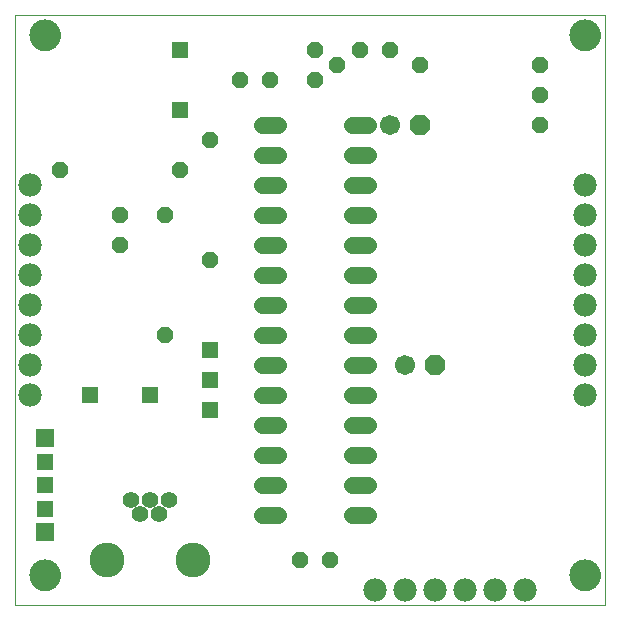
<source format=gts>
G75*
%MOIN*%
%OFA0B0*%
%FSLAX25Y25*%
%IPPOS*%
%LPD*%
%AMOC8*
5,1,8,0,0,1.08239X$1,22.5*
%
%ADD10C,0.00000*%
%ADD11C,0.10400*%
%ADD12C,0.05600*%
%ADD13OC8,0.05600*%
%ADD14C,0.05550*%
%ADD15C,0.11620*%
%ADD16C,0.06700*%
%ADD17OC8,0.06700*%
%ADD18C,0.07800*%
%ADD19R,0.05550X0.05550*%
%ADD20R,0.06337X0.06337*%
D10*
X0001800Y0009867D02*
X0001800Y0206717D01*
X0198650Y0206717D01*
X0198650Y0009867D01*
X0001800Y0009867D01*
X0006800Y0019867D02*
X0006802Y0020008D01*
X0006808Y0020149D01*
X0006818Y0020289D01*
X0006832Y0020429D01*
X0006850Y0020569D01*
X0006871Y0020708D01*
X0006897Y0020847D01*
X0006926Y0020985D01*
X0006960Y0021121D01*
X0006997Y0021257D01*
X0007038Y0021392D01*
X0007083Y0021526D01*
X0007132Y0021658D01*
X0007184Y0021789D01*
X0007240Y0021918D01*
X0007300Y0022045D01*
X0007363Y0022171D01*
X0007429Y0022295D01*
X0007500Y0022418D01*
X0007573Y0022538D01*
X0007650Y0022656D01*
X0007730Y0022772D01*
X0007814Y0022885D01*
X0007900Y0022996D01*
X0007990Y0023105D01*
X0008083Y0023211D01*
X0008178Y0023314D01*
X0008277Y0023415D01*
X0008378Y0023513D01*
X0008482Y0023608D01*
X0008589Y0023700D01*
X0008698Y0023789D01*
X0008810Y0023874D01*
X0008924Y0023957D01*
X0009040Y0024037D01*
X0009159Y0024113D01*
X0009280Y0024185D01*
X0009402Y0024255D01*
X0009527Y0024320D01*
X0009653Y0024383D01*
X0009781Y0024441D01*
X0009911Y0024496D01*
X0010042Y0024548D01*
X0010175Y0024595D01*
X0010309Y0024639D01*
X0010444Y0024680D01*
X0010580Y0024716D01*
X0010717Y0024748D01*
X0010855Y0024777D01*
X0010993Y0024802D01*
X0011133Y0024822D01*
X0011273Y0024839D01*
X0011413Y0024852D01*
X0011554Y0024861D01*
X0011694Y0024866D01*
X0011835Y0024867D01*
X0011976Y0024864D01*
X0012117Y0024857D01*
X0012257Y0024846D01*
X0012397Y0024831D01*
X0012537Y0024812D01*
X0012676Y0024790D01*
X0012814Y0024763D01*
X0012952Y0024733D01*
X0013088Y0024698D01*
X0013224Y0024660D01*
X0013358Y0024618D01*
X0013492Y0024572D01*
X0013624Y0024523D01*
X0013754Y0024469D01*
X0013883Y0024412D01*
X0014010Y0024352D01*
X0014136Y0024288D01*
X0014259Y0024220D01*
X0014381Y0024149D01*
X0014501Y0024075D01*
X0014618Y0023997D01*
X0014733Y0023916D01*
X0014846Y0023832D01*
X0014957Y0023745D01*
X0015065Y0023654D01*
X0015170Y0023561D01*
X0015273Y0023464D01*
X0015373Y0023365D01*
X0015470Y0023263D01*
X0015564Y0023158D01*
X0015655Y0023051D01*
X0015743Y0022941D01*
X0015828Y0022829D01*
X0015910Y0022714D01*
X0015989Y0022597D01*
X0016064Y0022478D01*
X0016136Y0022357D01*
X0016204Y0022234D01*
X0016269Y0022109D01*
X0016331Y0021982D01*
X0016388Y0021853D01*
X0016443Y0021723D01*
X0016493Y0021592D01*
X0016540Y0021459D01*
X0016583Y0021325D01*
X0016622Y0021189D01*
X0016657Y0021053D01*
X0016689Y0020916D01*
X0016716Y0020778D01*
X0016740Y0020639D01*
X0016760Y0020499D01*
X0016776Y0020359D01*
X0016788Y0020219D01*
X0016796Y0020078D01*
X0016800Y0019937D01*
X0016800Y0019797D01*
X0016796Y0019656D01*
X0016788Y0019515D01*
X0016776Y0019375D01*
X0016760Y0019235D01*
X0016740Y0019095D01*
X0016716Y0018956D01*
X0016689Y0018818D01*
X0016657Y0018681D01*
X0016622Y0018545D01*
X0016583Y0018409D01*
X0016540Y0018275D01*
X0016493Y0018142D01*
X0016443Y0018011D01*
X0016388Y0017881D01*
X0016331Y0017752D01*
X0016269Y0017625D01*
X0016204Y0017500D01*
X0016136Y0017377D01*
X0016064Y0017256D01*
X0015989Y0017137D01*
X0015910Y0017020D01*
X0015828Y0016905D01*
X0015743Y0016793D01*
X0015655Y0016683D01*
X0015564Y0016576D01*
X0015470Y0016471D01*
X0015373Y0016369D01*
X0015273Y0016270D01*
X0015170Y0016173D01*
X0015065Y0016080D01*
X0014957Y0015989D01*
X0014846Y0015902D01*
X0014733Y0015818D01*
X0014618Y0015737D01*
X0014501Y0015659D01*
X0014381Y0015585D01*
X0014259Y0015514D01*
X0014136Y0015446D01*
X0014010Y0015382D01*
X0013883Y0015322D01*
X0013754Y0015265D01*
X0013624Y0015211D01*
X0013492Y0015162D01*
X0013358Y0015116D01*
X0013224Y0015074D01*
X0013088Y0015036D01*
X0012952Y0015001D01*
X0012814Y0014971D01*
X0012676Y0014944D01*
X0012537Y0014922D01*
X0012397Y0014903D01*
X0012257Y0014888D01*
X0012117Y0014877D01*
X0011976Y0014870D01*
X0011835Y0014867D01*
X0011694Y0014868D01*
X0011554Y0014873D01*
X0011413Y0014882D01*
X0011273Y0014895D01*
X0011133Y0014912D01*
X0010993Y0014932D01*
X0010855Y0014957D01*
X0010717Y0014986D01*
X0010580Y0015018D01*
X0010444Y0015054D01*
X0010309Y0015095D01*
X0010175Y0015139D01*
X0010042Y0015186D01*
X0009911Y0015238D01*
X0009781Y0015293D01*
X0009653Y0015351D01*
X0009527Y0015414D01*
X0009402Y0015479D01*
X0009280Y0015549D01*
X0009159Y0015621D01*
X0009040Y0015697D01*
X0008924Y0015777D01*
X0008810Y0015860D01*
X0008698Y0015945D01*
X0008589Y0016034D01*
X0008482Y0016126D01*
X0008378Y0016221D01*
X0008277Y0016319D01*
X0008178Y0016420D01*
X0008083Y0016523D01*
X0007990Y0016629D01*
X0007900Y0016738D01*
X0007814Y0016849D01*
X0007730Y0016962D01*
X0007650Y0017078D01*
X0007573Y0017196D01*
X0007500Y0017316D01*
X0007429Y0017439D01*
X0007363Y0017563D01*
X0007300Y0017689D01*
X0007240Y0017816D01*
X0007184Y0017945D01*
X0007132Y0018076D01*
X0007083Y0018208D01*
X0007038Y0018342D01*
X0006997Y0018477D01*
X0006960Y0018613D01*
X0006926Y0018749D01*
X0006897Y0018887D01*
X0006871Y0019026D01*
X0006850Y0019165D01*
X0006832Y0019305D01*
X0006818Y0019445D01*
X0006808Y0019585D01*
X0006802Y0019726D01*
X0006800Y0019867D01*
X0006800Y0199867D02*
X0006802Y0200008D01*
X0006808Y0200149D01*
X0006818Y0200289D01*
X0006832Y0200429D01*
X0006850Y0200569D01*
X0006871Y0200708D01*
X0006897Y0200847D01*
X0006926Y0200985D01*
X0006960Y0201121D01*
X0006997Y0201257D01*
X0007038Y0201392D01*
X0007083Y0201526D01*
X0007132Y0201658D01*
X0007184Y0201789D01*
X0007240Y0201918D01*
X0007300Y0202045D01*
X0007363Y0202171D01*
X0007429Y0202295D01*
X0007500Y0202418D01*
X0007573Y0202538D01*
X0007650Y0202656D01*
X0007730Y0202772D01*
X0007814Y0202885D01*
X0007900Y0202996D01*
X0007990Y0203105D01*
X0008083Y0203211D01*
X0008178Y0203314D01*
X0008277Y0203415D01*
X0008378Y0203513D01*
X0008482Y0203608D01*
X0008589Y0203700D01*
X0008698Y0203789D01*
X0008810Y0203874D01*
X0008924Y0203957D01*
X0009040Y0204037D01*
X0009159Y0204113D01*
X0009280Y0204185D01*
X0009402Y0204255D01*
X0009527Y0204320D01*
X0009653Y0204383D01*
X0009781Y0204441D01*
X0009911Y0204496D01*
X0010042Y0204548D01*
X0010175Y0204595D01*
X0010309Y0204639D01*
X0010444Y0204680D01*
X0010580Y0204716D01*
X0010717Y0204748D01*
X0010855Y0204777D01*
X0010993Y0204802D01*
X0011133Y0204822D01*
X0011273Y0204839D01*
X0011413Y0204852D01*
X0011554Y0204861D01*
X0011694Y0204866D01*
X0011835Y0204867D01*
X0011976Y0204864D01*
X0012117Y0204857D01*
X0012257Y0204846D01*
X0012397Y0204831D01*
X0012537Y0204812D01*
X0012676Y0204790D01*
X0012814Y0204763D01*
X0012952Y0204733D01*
X0013088Y0204698D01*
X0013224Y0204660D01*
X0013358Y0204618D01*
X0013492Y0204572D01*
X0013624Y0204523D01*
X0013754Y0204469D01*
X0013883Y0204412D01*
X0014010Y0204352D01*
X0014136Y0204288D01*
X0014259Y0204220D01*
X0014381Y0204149D01*
X0014501Y0204075D01*
X0014618Y0203997D01*
X0014733Y0203916D01*
X0014846Y0203832D01*
X0014957Y0203745D01*
X0015065Y0203654D01*
X0015170Y0203561D01*
X0015273Y0203464D01*
X0015373Y0203365D01*
X0015470Y0203263D01*
X0015564Y0203158D01*
X0015655Y0203051D01*
X0015743Y0202941D01*
X0015828Y0202829D01*
X0015910Y0202714D01*
X0015989Y0202597D01*
X0016064Y0202478D01*
X0016136Y0202357D01*
X0016204Y0202234D01*
X0016269Y0202109D01*
X0016331Y0201982D01*
X0016388Y0201853D01*
X0016443Y0201723D01*
X0016493Y0201592D01*
X0016540Y0201459D01*
X0016583Y0201325D01*
X0016622Y0201189D01*
X0016657Y0201053D01*
X0016689Y0200916D01*
X0016716Y0200778D01*
X0016740Y0200639D01*
X0016760Y0200499D01*
X0016776Y0200359D01*
X0016788Y0200219D01*
X0016796Y0200078D01*
X0016800Y0199937D01*
X0016800Y0199797D01*
X0016796Y0199656D01*
X0016788Y0199515D01*
X0016776Y0199375D01*
X0016760Y0199235D01*
X0016740Y0199095D01*
X0016716Y0198956D01*
X0016689Y0198818D01*
X0016657Y0198681D01*
X0016622Y0198545D01*
X0016583Y0198409D01*
X0016540Y0198275D01*
X0016493Y0198142D01*
X0016443Y0198011D01*
X0016388Y0197881D01*
X0016331Y0197752D01*
X0016269Y0197625D01*
X0016204Y0197500D01*
X0016136Y0197377D01*
X0016064Y0197256D01*
X0015989Y0197137D01*
X0015910Y0197020D01*
X0015828Y0196905D01*
X0015743Y0196793D01*
X0015655Y0196683D01*
X0015564Y0196576D01*
X0015470Y0196471D01*
X0015373Y0196369D01*
X0015273Y0196270D01*
X0015170Y0196173D01*
X0015065Y0196080D01*
X0014957Y0195989D01*
X0014846Y0195902D01*
X0014733Y0195818D01*
X0014618Y0195737D01*
X0014501Y0195659D01*
X0014381Y0195585D01*
X0014259Y0195514D01*
X0014136Y0195446D01*
X0014010Y0195382D01*
X0013883Y0195322D01*
X0013754Y0195265D01*
X0013624Y0195211D01*
X0013492Y0195162D01*
X0013358Y0195116D01*
X0013224Y0195074D01*
X0013088Y0195036D01*
X0012952Y0195001D01*
X0012814Y0194971D01*
X0012676Y0194944D01*
X0012537Y0194922D01*
X0012397Y0194903D01*
X0012257Y0194888D01*
X0012117Y0194877D01*
X0011976Y0194870D01*
X0011835Y0194867D01*
X0011694Y0194868D01*
X0011554Y0194873D01*
X0011413Y0194882D01*
X0011273Y0194895D01*
X0011133Y0194912D01*
X0010993Y0194932D01*
X0010855Y0194957D01*
X0010717Y0194986D01*
X0010580Y0195018D01*
X0010444Y0195054D01*
X0010309Y0195095D01*
X0010175Y0195139D01*
X0010042Y0195186D01*
X0009911Y0195238D01*
X0009781Y0195293D01*
X0009653Y0195351D01*
X0009527Y0195414D01*
X0009402Y0195479D01*
X0009280Y0195549D01*
X0009159Y0195621D01*
X0009040Y0195697D01*
X0008924Y0195777D01*
X0008810Y0195860D01*
X0008698Y0195945D01*
X0008589Y0196034D01*
X0008482Y0196126D01*
X0008378Y0196221D01*
X0008277Y0196319D01*
X0008178Y0196420D01*
X0008083Y0196523D01*
X0007990Y0196629D01*
X0007900Y0196738D01*
X0007814Y0196849D01*
X0007730Y0196962D01*
X0007650Y0197078D01*
X0007573Y0197196D01*
X0007500Y0197316D01*
X0007429Y0197439D01*
X0007363Y0197563D01*
X0007300Y0197689D01*
X0007240Y0197816D01*
X0007184Y0197945D01*
X0007132Y0198076D01*
X0007083Y0198208D01*
X0007038Y0198342D01*
X0006997Y0198477D01*
X0006960Y0198613D01*
X0006926Y0198749D01*
X0006897Y0198887D01*
X0006871Y0199026D01*
X0006850Y0199165D01*
X0006832Y0199305D01*
X0006818Y0199445D01*
X0006808Y0199585D01*
X0006802Y0199726D01*
X0006800Y0199867D01*
X0186800Y0199867D02*
X0186802Y0200008D01*
X0186808Y0200149D01*
X0186818Y0200289D01*
X0186832Y0200429D01*
X0186850Y0200569D01*
X0186871Y0200708D01*
X0186897Y0200847D01*
X0186926Y0200985D01*
X0186960Y0201121D01*
X0186997Y0201257D01*
X0187038Y0201392D01*
X0187083Y0201526D01*
X0187132Y0201658D01*
X0187184Y0201789D01*
X0187240Y0201918D01*
X0187300Y0202045D01*
X0187363Y0202171D01*
X0187429Y0202295D01*
X0187500Y0202418D01*
X0187573Y0202538D01*
X0187650Y0202656D01*
X0187730Y0202772D01*
X0187814Y0202885D01*
X0187900Y0202996D01*
X0187990Y0203105D01*
X0188083Y0203211D01*
X0188178Y0203314D01*
X0188277Y0203415D01*
X0188378Y0203513D01*
X0188482Y0203608D01*
X0188589Y0203700D01*
X0188698Y0203789D01*
X0188810Y0203874D01*
X0188924Y0203957D01*
X0189040Y0204037D01*
X0189159Y0204113D01*
X0189280Y0204185D01*
X0189402Y0204255D01*
X0189527Y0204320D01*
X0189653Y0204383D01*
X0189781Y0204441D01*
X0189911Y0204496D01*
X0190042Y0204548D01*
X0190175Y0204595D01*
X0190309Y0204639D01*
X0190444Y0204680D01*
X0190580Y0204716D01*
X0190717Y0204748D01*
X0190855Y0204777D01*
X0190993Y0204802D01*
X0191133Y0204822D01*
X0191273Y0204839D01*
X0191413Y0204852D01*
X0191554Y0204861D01*
X0191694Y0204866D01*
X0191835Y0204867D01*
X0191976Y0204864D01*
X0192117Y0204857D01*
X0192257Y0204846D01*
X0192397Y0204831D01*
X0192537Y0204812D01*
X0192676Y0204790D01*
X0192814Y0204763D01*
X0192952Y0204733D01*
X0193088Y0204698D01*
X0193224Y0204660D01*
X0193358Y0204618D01*
X0193492Y0204572D01*
X0193624Y0204523D01*
X0193754Y0204469D01*
X0193883Y0204412D01*
X0194010Y0204352D01*
X0194136Y0204288D01*
X0194259Y0204220D01*
X0194381Y0204149D01*
X0194501Y0204075D01*
X0194618Y0203997D01*
X0194733Y0203916D01*
X0194846Y0203832D01*
X0194957Y0203745D01*
X0195065Y0203654D01*
X0195170Y0203561D01*
X0195273Y0203464D01*
X0195373Y0203365D01*
X0195470Y0203263D01*
X0195564Y0203158D01*
X0195655Y0203051D01*
X0195743Y0202941D01*
X0195828Y0202829D01*
X0195910Y0202714D01*
X0195989Y0202597D01*
X0196064Y0202478D01*
X0196136Y0202357D01*
X0196204Y0202234D01*
X0196269Y0202109D01*
X0196331Y0201982D01*
X0196388Y0201853D01*
X0196443Y0201723D01*
X0196493Y0201592D01*
X0196540Y0201459D01*
X0196583Y0201325D01*
X0196622Y0201189D01*
X0196657Y0201053D01*
X0196689Y0200916D01*
X0196716Y0200778D01*
X0196740Y0200639D01*
X0196760Y0200499D01*
X0196776Y0200359D01*
X0196788Y0200219D01*
X0196796Y0200078D01*
X0196800Y0199937D01*
X0196800Y0199797D01*
X0196796Y0199656D01*
X0196788Y0199515D01*
X0196776Y0199375D01*
X0196760Y0199235D01*
X0196740Y0199095D01*
X0196716Y0198956D01*
X0196689Y0198818D01*
X0196657Y0198681D01*
X0196622Y0198545D01*
X0196583Y0198409D01*
X0196540Y0198275D01*
X0196493Y0198142D01*
X0196443Y0198011D01*
X0196388Y0197881D01*
X0196331Y0197752D01*
X0196269Y0197625D01*
X0196204Y0197500D01*
X0196136Y0197377D01*
X0196064Y0197256D01*
X0195989Y0197137D01*
X0195910Y0197020D01*
X0195828Y0196905D01*
X0195743Y0196793D01*
X0195655Y0196683D01*
X0195564Y0196576D01*
X0195470Y0196471D01*
X0195373Y0196369D01*
X0195273Y0196270D01*
X0195170Y0196173D01*
X0195065Y0196080D01*
X0194957Y0195989D01*
X0194846Y0195902D01*
X0194733Y0195818D01*
X0194618Y0195737D01*
X0194501Y0195659D01*
X0194381Y0195585D01*
X0194259Y0195514D01*
X0194136Y0195446D01*
X0194010Y0195382D01*
X0193883Y0195322D01*
X0193754Y0195265D01*
X0193624Y0195211D01*
X0193492Y0195162D01*
X0193358Y0195116D01*
X0193224Y0195074D01*
X0193088Y0195036D01*
X0192952Y0195001D01*
X0192814Y0194971D01*
X0192676Y0194944D01*
X0192537Y0194922D01*
X0192397Y0194903D01*
X0192257Y0194888D01*
X0192117Y0194877D01*
X0191976Y0194870D01*
X0191835Y0194867D01*
X0191694Y0194868D01*
X0191554Y0194873D01*
X0191413Y0194882D01*
X0191273Y0194895D01*
X0191133Y0194912D01*
X0190993Y0194932D01*
X0190855Y0194957D01*
X0190717Y0194986D01*
X0190580Y0195018D01*
X0190444Y0195054D01*
X0190309Y0195095D01*
X0190175Y0195139D01*
X0190042Y0195186D01*
X0189911Y0195238D01*
X0189781Y0195293D01*
X0189653Y0195351D01*
X0189527Y0195414D01*
X0189402Y0195479D01*
X0189280Y0195549D01*
X0189159Y0195621D01*
X0189040Y0195697D01*
X0188924Y0195777D01*
X0188810Y0195860D01*
X0188698Y0195945D01*
X0188589Y0196034D01*
X0188482Y0196126D01*
X0188378Y0196221D01*
X0188277Y0196319D01*
X0188178Y0196420D01*
X0188083Y0196523D01*
X0187990Y0196629D01*
X0187900Y0196738D01*
X0187814Y0196849D01*
X0187730Y0196962D01*
X0187650Y0197078D01*
X0187573Y0197196D01*
X0187500Y0197316D01*
X0187429Y0197439D01*
X0187363Y0197563D01*
X0187300Y0197689D01*
X0187240Y0197816D01*
X0187184Y0197945D01*
X0187132Y0198076D01*
X0187083Y0198208D01*
X0187038Y0198342D01*
X0186997Y0198477D01*
X0186960Y0198613D01*
X0186926Y0198749D01*
X0186897Y0198887D01*
X0186871Y0199026D01*
X0186850Y0199165D01*
X0186832Y0199305D01*
X0186818Y0199445D01*
X0186808Y0199585D01*
X0186802Y0199726D01*
X0186800Y0199867D01*
X0186800Y0019867D02*
X0186802Y0020008D01*
X0186808Y0020149D01*
X0186818Y0020289D01*
X0186832Y0020429D01*
X0186850Y0020569D01*
X0186871Y0020708D01*
X0186897Y0020847D01*
X0186926Y0020985D01*
X0186960Y0021121D01*
X0186997Y0021257D01*
X0187038Y0021392D01*
X0187083Y0021526D01*
X0187132Y0021658D01*
X0187184Y0021789D01*
X0187240Y0021918D01*
X0187300Y0022045D01*
X0187363Y0022171D01*
X0187429Y0022295D01*
X0187500Y0022418D01*
X0187573Y0022538D01*
X0187650Y0022656D01*
X0187730Y0022772D01*
X0187814Y0022885D01*
X0187900Y0022996D01*
X0187990Y0023105D01*
X0188083Y0023211D01*
X0188178Y0023314D01*
X0188277Y0023415D01*
X0188378Y0023513D01*
X0188482Y0023608D01*
X0188589Y0023700D01*
X0188698Y0023789D01*
X0188810Y0023874D01*
X0188924Y0023957D01*
X0189040Y0024037D01*
X0189159Y0024113D01*
X0189280Y0024185D01*
X0189402Y0024255D01*
X0189527Y0024320D01*
X0189653Y0024383D01*
X0189781Y0024441D01*
X0189911Y0024496D01*
X0190042Y0024548D01*
X0190175Y0024595D01*
X0190309Y0024639D01*
X0190444Y0024680D01*
X0190580Y0024716D01*
X0190717Y0024748D01*
X0190855Y0024777D01*
X0190993Y0024802D01*
X0191133Y0024822D01*
X0191273Y0024839D01*
X0191413Y0024852D01*
X0191554Y0024861D01*
X0191694Y0024866D01*
X0191835Y0024867D01*
X0191976Y0024864D01*
X0192117Y0024857D01*
X0192257Y0024846D01*
X0192397Y0024831D01*
X0192537Y0024812D01*
X0192676Y0024790D01*
X0192814Y0024763D01*
X0192952Y0024733D01*
X0193088Y0024698D01*
X0193224Y0024660D01*
X0193358Y0024618D01*
X0193492Y0024572D01*
X0193624Y0024523D01*
X0193754Y0024469D01*
X0193883Y0024412D01*
X0194010Y0024352D01*
X0194136Y0024288D01*
X0194259Y0024220D01*
X0194381Y0024149D01*
X0194501Y0024075D01*
X0194618Y0023997D01*
X0194733Y0023916D01*
X0194846Y0023832D01*
X0194957Y0023745D01*
X0195065Y0023654D01*
X0195170Y0023561D01*
X0195273Y0023464D01*
X0195373Y0023365D01*
X0195470Y0023263D01*
X0195564Y0023158D01*
X0195655Y0023051D01*
X0195743Y0022941D01*
X0195828Y0022829D01*
X0195910Y0022714D01*
X0195989Y0022597D01*
X0196064Y0022478D01*
X0196136Y0022357D01*
X0196204Y0022234D01*
X0196269Y0022109D01*
X0196331Y0021982D01*
X0196388Y0021853D01*
X0196443Y0021723D01*
X0196493Y0021592D01*
X0196540Y0021459D01*
X0196583Y0021325D01*
X0196622Y0021189D01*
X0196657Y0021053D01*
X0196689Y0020916D01*
X0196716Y0020778D01*
X0196740Y0020639D01*
X0196760Y0020499D01*
X0196776Y0020359D01*
X0196788Y0020219D01*
X0196796Y0020078D01*
X0196800Y0019937D01*
X0196800Y0019797D01*
X0196796Y0019656D01*
X0196788Y0019515D01*
X0196776Y0019375D01*
X0196760Y0019235D01*
X0196740Y0019095D01*
X0196716Y0018956D01*
X0196689Y0018818D01*
X0196657Y0018681D01*
X0196622Y0018545D01*
X0196583Y0018409D01*
X0196540Y0018275D01*
X0196493Y0018142D01*
X0196443Y0018011D01*
X0196388Y0017881D01*
X0196331Y0017752D01*
X0196269Y0017625D01*
X0196204Y0017500D01*
X0196136Y0017377D01*
X0196064Y0017256D01*
X0195989Y0017137D01*
X0195910Y0017020D01*
X0195828Y0016905D01*
X0195743Y0016793D01*
X0195655Y0016683D01*
X0195564Y0016576D01*
X0195470Y0016471D01*
X0195373Y0016369D01*
X0195273Y0016270D01*
X0195170Y0016173D01*
X0195065Y0016080D01*
X0194957Y0015989D01*
X0194846Y0015902D01*
X0194733Y0015818D01*
X0194618Y0015737D01*
X0194501Y0015659D01*
X0194381Y0015585D01*
X0194259Y0015514D01*
X0194136Y0015446D01*
X0194010Y0015382D01*
X0193883Y0015322D01*
X0193754Y0015265D01*
X0193624Y0015211D01*
X0193492Y0015162D01*
X0193358Y0015116D01*
X0193224Y0015074D01*
X0193088Y0015036D01*
X0192952Y0015001D01*
X0192814Y0014971D01*
X0192676Y0014944D01*
X0192537Y0014922D01*
X0192397Y0014903D01*
X0192257Y0014888D01*
X0192117Y0014877D01*
X0191976Y0014870D01*
X0191835Y0014867D01*
X0191694Y0014868D01*
X0191554Y0014873D01*
X0191413Y0014882D01*
X0191273Y0014895D01*
X0191133Y0014912D01*
X0190993Y0014932D01*
X0190855Y0014957D01*
X0190717Y0014986D01*
X0190580Y0015018D01*
X0190444Y0015054D01*
X0190309Y0015095D01*
X0190175Y0015139D01*
X0190042Y0015186D01*
X0189911Y0015238D01*
X0189781Y0015293D01*
X0189653Y0015351D01*
X0189527Y0015414D01*
X0189402Y0015479D01*
X0189280Y0015549D01*
X0189159Y0015621D01*
X0189040Y0015697D01*
X0188924Y0015777D01*
X0188810Y0015860D01*
X0188698Y0015945D01*
X0188589Y0016034D01*
X0188482Y0016126D01*
X0188378Y0016221D01*
X0188277Y0016319D01*
X0188178Y0016420D01*
X0188083Y0016523D01*
X0187990Y0016629D01*
X0187900Y0016738D01*
X0187814Y0016849D01*
X0187730Y0016962D01*
X0187650Y0017078D01*
X0187573Y0017196D01*
X0187500Y0017316D01*
X0187429Y0017439D01*
X0187363Y0017563D01*
X0187300Y0017689D01*
X0187240Y0017816D01*
X0187184Y0017945D01*
X0187132Y0018076D01*
X0187083Y0018208D01*
X0187038Y0018342D01*
X0186997Y0018477D01*
X0186960Y0018613D01*
X0186926Y0018749D01*
X0186897Y0018887D01*
X0186871Y0019026D01*
X0186850Y0019165D01*
X0186832Y0019305D01*
X0186818Y0019445D01*
X0186808Y0019585D01*
X0186802Y0019726D01*
X0186800Y0019867D01*
D11*
X0191800Y0019867D03*
X0191800Y0199867D03*
X0011800Y0199867D03*
X0011800Y0019867D03*
D12*
X0084200Y0039867D02*
X0089400Y0039867D01*
X0089400Y0049867D02*
X0084200Y0049867D01*
X0084200Y0059867D02*
X0089400Y0059867D01*
X0089400Y0069867D02*
X0084200Y0069867D01*
X0084200Y0079867D02*
X0089400Y0079867D01*
X0089400Y0089867D02*
X0084200Y0089867D01*
X0084200Y0099867D02*
X0089400Y0099867D01*
X0089400Y0109867D02*
X0084200Y0109867D01*
X0084200Y0119867D02*
X0089400Y0119867D01*
X0089400Y0129867D02*
X0084200Y0129867D01*
X0084200Y0139867D02*
X0089400Y0139867D01*
X0089400Y0149867D02*
X0084200Y0149867D01*
X0084200Y0159867D02*
X0089400Y0159867D01*
X0089400Y0169867D02*
X0084200Y0169867D01*
X0114200Y0169867D02*
X0119400Y0169867D01*
X0119400Y0159867D02*
X0114200Y0159867D01*
X0114200Y0149867D02*
X0119400Y0149867D01*
X0119400Y0139867D02*
X0114200Y0139867D01*
X0114200Y0129867D02*
X0119400Y0129867D01*
X0119400Y0119867D02*
X0114200Y0119867D01*
X0114200Y0109867D02*
X0119400Y0109867D01*
X0119400Y0099867D02*
X0114200Y0099867D01*
X0114200Y0089867D02*
X0119400Y0089867D01*
X0119400Y0079867D02*
X0114200Y0079867D01*
X0114200Y0069867D02*
X0119400Y0069867D01*
X0119400Y0059867D02*
X0114200Y0059867D01*
X0114200Y0049867D02*
X0119400Y0049867D01*
X0119400Y0039867D02*
X0114200Y0039867D01*
D13*
X0106800Y0024867D03*
X0096800Y0024867D03*
X0051800Y0099867D03*
X0066800Y0124867D03*
X0051800Y0139867D03*
X0036800Y0139867D03*
X0036800Y0129867D03*
X0016800Y0154867D03*
X0056800Y0154867D03*
X0066800Y0164867D03*
X0076800Y0184867D03*
X0086800Y0184867D03*
X0101800Y0184867D03*
X0109300Y0189867D03*
X0101800Y0194867D03*
X0116800Y0194867D03*
X0126800Y0194867D03*
X0136800Y0189867D03*
X0176800Y0189867D03*
X0176800Y0179867D03*
X0176800Y0169867D03*
D14*
X0053099Y0044945D03*
X0049950Y0040221D03*
X0046800Y0044945D03*
X0043650Y0040221D03*
X0040501Y0044945D03*
D15*
X0032430Y0024867D03*
X0061170Y0024867D03*
D16*
X0131800Y0089867D03*
X0126800Y0169867D03*
D17*
X0136800Y0169867D03*
X0141800Y0089867D03*
D18*
X0191800Y0089867D03*
X0191800Y0099867D03*
X0191800Y0109867D03*
X0191800Y0119867D03*
X0191800Y0129867D03*
X0191800Y0139867D03*
X0191800Y0149867D03*
X0191800Y0079867D03*
X0171800Y0014867D03*
X0161800Y0014867D03*
X0151800Y0014867D03*
X0141800Y0014867D03*
X0131800Y0014867D03*
X0121800Y0014867D03*
X0006800Y0079867D03*
X0006800Y0089867D03*
X0006800Y0099867D03*
X0006800Y0109867D03*
X0006800Y0119867D03*
X0006800Y0129867D03*
X0006800Y0139867D03*
X0006800Y0149867D03*
D19*
X0056800Y0174867D03*
X0056800Y0194867D03*
X0066800Y0094867D03*
X0066800Y0084867D03*
X0066800Y0074867D03*
X0046800Y0079867D03*
X0026800Y0079867D03*
X0011800Y0057741D03*
X0011800Y0049867D03*
X0011800Y0041993D03*
D20*
X0011800Y0034119D03*
X0011800Y0065615D03*
M02*

</source>
